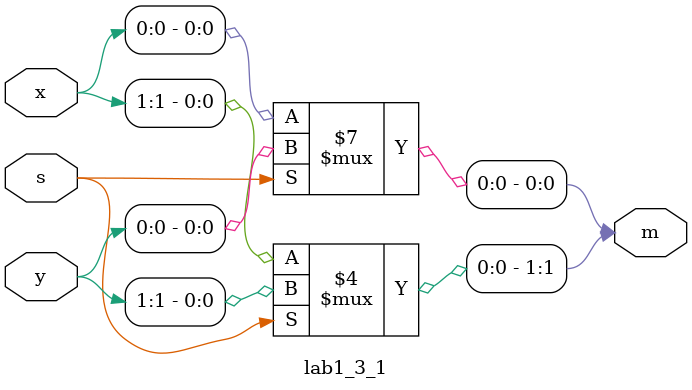
<source format=v>
`timescale 1ns / 1ps


module lab1_3_1(
    input  [1:0]x,
    input  [1:0]y,
    input s,
    output reg [1:0]m
    );
    always @ (x[0] or x[1] or y[0] or y[1]or s)
    if(s==0)
    begin
        m[0]=x[0];
        m[1]=x[1];
    end
    else
    begin
        m[0]=y[0];
        m[1]=y[1];
    end
endmodule

</source>
